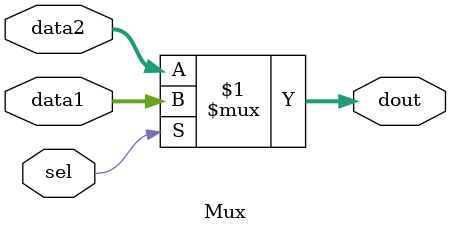
<source format=sv>
`timescale 1ns / 1ps


module Mux(
    input [31:0] data1,
    input [31:0] data2,
    input sel,
    output [31:0] dout
    );
    assign dout=(sel)?data1:data2;
endmodule

</source>
